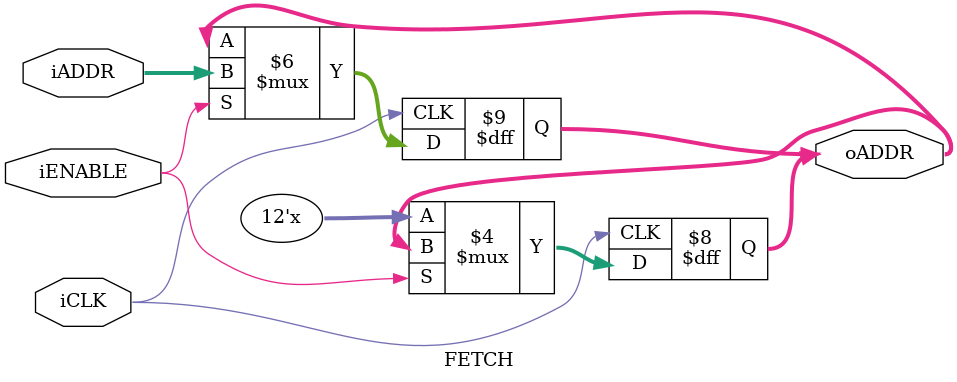
<source format=v>

`default_nettype none

module FETCH#(parameter _DELAY = 10)
  (
   input wire 	     iCLK,
   input wire 	     iENABLE, // 
   input wire [11:0] iADDR, // フェッチアドレス
   output reg [11:0] oADDR  // 
   );
   //always @(posedge iCLK or negedge iCLK) begin
   always @(posedge iCLK) begin
      if (iENABLE) #_DELAY oADDR <= iADDR;
   end
   always @(posedge iCLK) begin
      if (!iENABLE) #_DELAY oADDR <= 12'bzzzz_zzzz_zzzz;
   end
   
endmodule // fetch

`default_nettype wire

</source>
